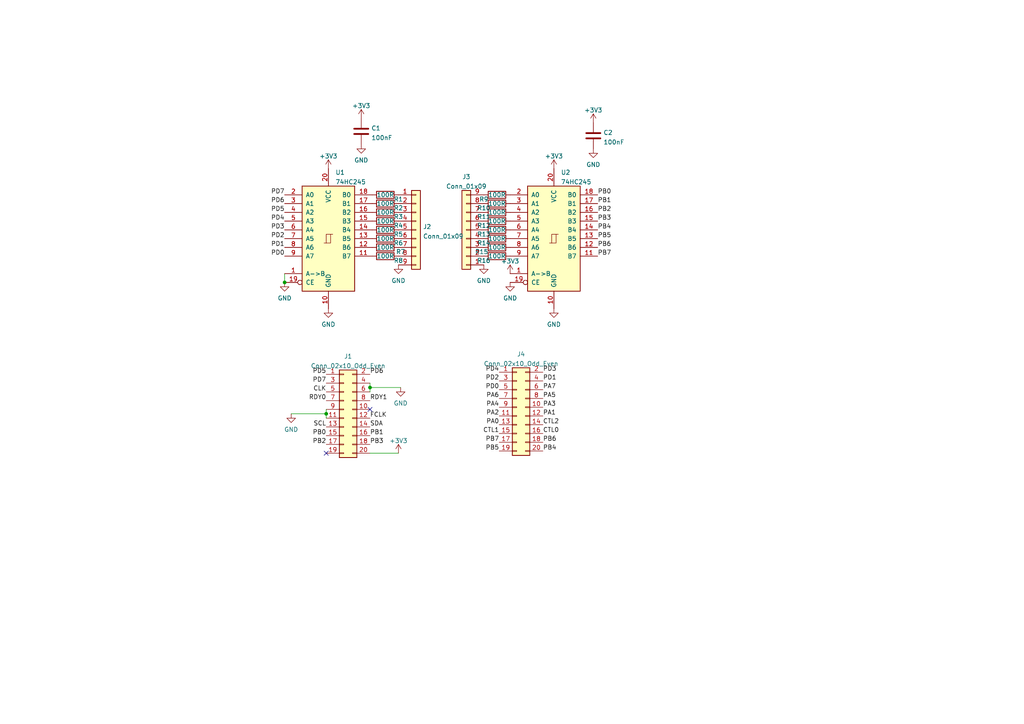
<source format=kicad_sch>
(kicad_sch (version 20211123) (generator eeschema)
  (paper "A4")
  (lib_symbols
    (symbol "74xx:74HC245" (pin_names (offset 1.016))
      (property "Reference" "U" (at -7.62 16.51 0))
      (property "Value" "74HC245" (at -7.62 -16.51 0))
      (symbol "74HC245_1_0"
        (polyline (pts (xy -0.635 -1.27) (xy -0.635 1.27) (xy 0.635 1.27)))
        (polyline (pts (xy -1.27 -1.27) (xy 0.635 -1.27) (xy 0.635 1.27) (xy 1.27 1.27)))
        (pin input line (at -12.7 -10.16 0) (length 5.08) (name "A->B") (number "1"))
        (pin power_in line (at 0 -20.32 90) (length 5.08) (name "GND") (number "10"))
        (pin tri_state line (at 12.7 -5.08 180) (length 5.08) (name "B7") (number "11"))
        (pin tri_state line (at 12.7 -2.54 180) (length 5.08) (name "B6") (number "12"))
        (pin tri_state line (at 12.7 0 180) (length 5.08) (name "B5") (number "13"))
        (pin tri_state line (at 12.7 2.54 180) (length 5.08) (name "B4") (number "14"))
        (pin tri_state line (at 12.7 5.08 180) (length 5.08) (name "B3") (number "15"))
        (pin tri_state line (at 12.7 7.62 180) (length 5.08) (name "B2") (number "16"))
        (pin tri_state line (at 12.7 10.16 180) (length 5.08) (name "B1") (number "17"))
        (pin tri_state line (at 12.7 12.7 180) (length 5.08) (name "B0") (number "18"))
        (pin input inverted (at -12.7 -12.7 0) (length 5.08) (name "CE") (number "19"))
        (pin tri_state line (at -12.7 12.7 0) (length 5.08) (name "A0") (number "2"))
        (pin power_in line (at 0 20.32 270) (length 5.08) (name "VCC") (number "20"))
        (pin tri_state line (at -12.7 10.16 0) (length 5.08) (name "A1") (number "3"))
        (pin tri_state line (at -12.7 7.62 0) (length 5.08) (name "A2") (number "4"))
        (pin tri_state line (at -12.7 5.08 0) (length 5.08) (name "A3") (number "5"))
        (pin tri_state line (at -12.7 2.54 0) (length 5.08) (name "A4") (number "6"))
        (pin tri_state line (at -12.7 0 0) (length 5.08) (name "A5") (number "7"))
        (pin tri_state line (at -12.7 -2.54 0) (length 5.08) (name "A6") (number "8"))
        (pin tri_state line (at -12.7 -5.08 0) (length 5.08) (name "A7") (number "9"))
      )
      (symbol "74HC245_1_1"
        (rectangle (start -7.62 15.24) (end 7.62 -15.24) (stroke (width 0.254)) (fill (type background)))
      )
    )
    (symbol "Connector_Generic:Conn_01x09" (pin_names (offset 1.016) hide)
      (property "Reference" "J" (at 0 12.7 0))
      (property "Value" "Conn_01x09" (at 0 -12.7 0))
      (symbol "Conn_01x09_1_1"
        (rectangle (start -1.27 -10.033) (end 0 -10.287) (stroke (width 0.1524)))
        (rectangle (start -1.27 -7.493) (end 0 -7.747) (stroke (width 0.1524)))
        (rectangle (start -1.27 -4.953) (end 0 -5.207) (stroke (width 0.1524)))
        (rectangle (start -1.27 -2.413) (end 0 -2.667) (stroke (width 0.1524)))
        (rectangle (start -1.27 0.127) (end 0 -0.127) (stroke (width 0.1524)))
        (rectangle (start -1.27 2.667) (end 0 2.413) (stroke (width 0.1524)))
        (rectangle (start -1.27 5.207) (end 0 4.953) (stroke (width 0.1524)))
        (rectangle (start -1.27 7.747) (end 0 7.493) (stroke (width 0.1524)))
        (rectangle (start -1.27 10.287) (end 0 10.033) (stroke (width 0.1524)))
        (rectangle (start -1.27 11.43) (end 1.27 -11.43) (stroke (width 0.254)) (fill (type background)))
        (pin passive line (at -5.08 10.16 0) (length 3.81) (name "Pin_1") (number "1"))
        (pin passive line (at -5.08 7.62 0) (length 3.81) (name "Pin_2") (number "2"))
        (pin passive line (at -5.08 5.08 0) (length 3.81) (name "Pin_3") (number "3"))
        (pin passive line (at -5.08 2.54 0) (length 3.81) (name "Pin_4") (number "4"))
        (pin passive line (at -5.08 0 0) (length 3.81) (name "Pin_5") (number "5"))
        (pin passive line (at -5.08 -2.54 0) (length 3.81) (name "Pin_6") (number "6"))
        (pin passive line (at -5.08 -5.08 0) (length 3.81) (name "Pin_7") (number "7"))
        (pin passive line (at -5.08 -7.62 0) (length 3.81) (name "Pin_8") (number "8"))
        (pin passive line (at -5.08 -10.16 0) (length 3.81) (name "Pin_9") (number "9"))
      )
    )
    (symbol "Connector_Generic:Conn_02x10_Odd_Even" (pin_names (offset 1.016) hide)
      (property "Reference" "J" (at 1.27 12.7 0))
      (property "Value" "Conn_02x10_Odd_Even" (at 1.27 -15.24 0))
      (symbol "Conn_02x10_Odd_Even_1_1"
        (rectangle (start -1.27 -12.573) (end 0 -12.827) (stroke (width 0.1524)))
        (rectangle (start -1.27 -10.033) (end 0 -10.287) (stroke (width 0.1524)))
        (rectangle (start -1.27 -7.493) (end 0 -7.747) (stroke (width 0.1524)))
        (rectangle (start -1.27 -4.953) (end 0 -5.207) (stroke (width 0.1524)))
        (rectangle (start -1.27 -2.413) (end 0 -2.667) (stroke (width 0.1524)))
        (rectangle (start -1.27 0.127) (end 0 -0.127) (stroke (width 0.1524)))
        (rectangle (start -1.27 2.667) (end 0 2.413) (stroke (width 0.1524)))
        (rectangle (start -1.27 5.207) (end 0 4.953) (stroke (width 0.1524)))
        (rectangle (start -1.27 7.747) (end 0 7.493) (stroke (width 0.1524)))
        (rectangle (start -1.27 10.287) (end 0 10.033) (stroke (width 0.1524)))
        (rectangle (start -1.27 11.43) (end 3.81 -13.97) (stroke (width 0.254)) (fill (type background)))
        (rectangle (start 3.81 -12.573) (end 2.54 -12.827) (stroke (width 0.1524)))
        (rectangle (start 3.81 -10.033) (end 2.54 -10.287) (stroke (width 0.1524)))
        (rectangle (start 3.81 -7.493) (end 2.54 -7.747) (stroke (width 0.1524)))
        (rectangle (start 3.81 -4.953) (end 2.54 -5.207) (stroke (width 0.1524)))
        (rectangle (start 3.81 -2.413) (end 2.54 -2.667) (stroke (width 0.1524)))
        (rectangle (start 3.81 0.127) (end 2.54 -0.127) (stroke (width 0.1524)))
        (rectangle (start 3.81 2.667) (end 2.54 2.413) (stroke (width 0.1524)))
        (rectangle (start 3.81 5.207) (end 2.54 4.953) (stroke (width 0.1524)))
        (rectangle (start 3.81 7.747) (end 2.54 7.493) (stroke (width 0.1524)))
        (rectangle (start 3.81 10.287) (end 2.54 10.033) (stroke (width 0.1524)))
        (pin passive line (at -5.08 10.16 0) (length 3.81) (name "Pin_1") (number "1"))
        (pin passive line (at 7.62 0 180) (length 3.81) (name "Pin_10") (number "10"))
        (pin passive line (at -5.08 -2.54 0) (length 3.81) (name "Pin_11") (number "11"))
        (pin passive line (at 7.62 -2.54 180) (length 3.81) (name "Pin_12") (number "12"))
        (pin passive line (at -5.08 -5.08 0) (length 3.81) (name "Pin_13") (number "13"))
        (pin passive line (at 7.62 -5.08 180) (length 3.81) (name "Pin_14") (number "14"))
        (pin passive line (at -5.08 -7.62 0) (length 3.81) (name "Pin_15") (number "15"))
        (pin passive line (at 7.62 -7.62 180) (length 3.81) (name "Pin_16") (number "16"))
        (pin passive line (at -5.08 -10.16 0) (length 3.81) (name "Pin_17") (number "17"))
        (pin passive line (at 7.62 -10.16 180) (length 3.81) (name "Pin_18") (number "18"))
        (pin passive line (at -5.08 -12.7 0) (length 3.81) (name "Pin_19") (number "19"))
        (pin passive line (at 7.62 10.16 180) (length 3.81) (name "Pin_2") (number "2"))
        (pin passive line (at 7.62 -12.7 180) (length 3.81) (name "Pin_20") (number "20"))
        (pin passive line (at -5.08 7.62 0) (length 3.81) (name "Pin_3") (number "3"))
        (pin passive line (at 7.62 7.62 180) (length 3.81) (name "Pin_4") (number "4"))
        (pin passive line (at -5.08 5.08 0) (length 3.81) (name "Pin_5") (number "5"))
        (pin passive line (at 7.62 5.08 180) (length 3.81) (name "Pin_6") (number "6"))
        (pin passive line (at -5.08 2.54 0) (length 3.81) (name "Pin_7") (number "7"))
        (pin passive line (at 7.62 2.54 180) (length 3.81) (name "Pin_8") (number "8"))
        (pin passive line (at -5.08 0 0) (length 3.81) (name "Pin_9") (number "9"))
      )
    )
    (symbol "Device:C" (pin_numbers hide) (pin_names (offset 0.254))
      (property "Reference" "C" (at 0.635 2.54 0))
      (property "Value" "C" (at 0.635 -2.54 0))
      (symbol "C_0_1"
        (polyline (pts (xy -2.032 -0.762) (xy 2.032 -0.762)) (stroke (width 0.508)))
        (polyline (pts (xy -2.032 0.762) (xy 2.032 0.762)) (stroke (width 0.508)))
      )
      (symbol "C_1_1"
        (pin passive line (at 0 3.81 270) (length 2.794) (name "~") (number "1"))
        (pin passive line (at 0 -3.81 90) (length 2.794) (name "~") (number "2"))
      )
    )
    (symbol "Device:R" (pin_numbers hide) (pin_names (offset 0))
      (property "Reference" "R" (at 2.032 0 90))
      (property "Value" "R" (at 0 0 90))
      (symbol "R_0_1"
        (rectangle (start -1.016 -2.54) (end 1.016 2.54) (stroke (width 0.254)))
      )
      (symbol "R_1_1"
        (pin passive line (at 0 3.81 270) (length 1.27) (name "~") (number "1"))
        (pin passive line (at 0 -3.81 90) (length 1.27) (name "~") (number "2"))
      )
    )
    (symbol "power:+3.3V" (power) (pin_names (offset 0))
      (property "Value" "+3.3V" (at 0 3.556 0))
      (symbol "+3.3V_0_1"
        (polyline (pts (xy -0.762 1.27) (xy 0 2.54)))
        (polyline (pts (xy 0 0) (xy 0 2.54)))
        (polyline (pts (xy 0 2.54) (xy 0.762 1.27)))
      )
      (symbol "+3.3V_1_1"
        (pin power_in line (at 0 0 90) (length 0) hide (name "+3V3") (number "1"))
      )
    )
    (symbol "power:GND" (power) (pin_names (offset 0))
      (property "Value" "GND" (at 0 -3.81 0))
      (symbol "GND_0_1"
        (polyline (pts (xy 0 0) (xy 0 -1.27) (xy 1.27 -1.27) (xy 0 -2.54) (xy -1.27 -1.27) (xy 0 -1.27)))
      )
      (symbol "GND_1_1"
        (pin power_in line (at 0 0 270) (length 0) hide (name "GND") (number "1"))
      )
    )
  )
  (junction (at 82.55 81.915))
  (junction (at 94.615 120.015))
  (junction (at 107.315 112.395))
  (no_connect (at 107.315 118.745))
  (no_connect (at 94.615 131.445))
  (wire (pts (xy 107.315 112.395) (xy 107.315 113.665)))
  (wire (pts (xy 107.315 111.125) (xy 107.315 112.395)))
  (wire (pts (xy 94.615 118.745) (xy 94.615 120.015)))
  (wire (pts (xy 107.315 112.395) (xy 116.205 112.395)))
  (wire (pts (xy 107.315 131.445) (xy 115.57 131.445)))
  (wire (pts (xy 82.55 79.375) (xy 82.55 81.915)))
  (wire (pts (xy 94.615 120.015) (xy 94.615 121.285)))
  (wire (pts (xy 84.455 120.015) (xy 94.615 120.015)))
  (label "PD0" (at 144.78 113.03 180))
  (label "PD5" (at 82.55 61.595 180))
  (label "PD2" (at 144.78 110.49 180))
  (label "PB7" (at 144.78 128.27 180))
  (label "PA4" (at 144.78 118.11 180))
  (label "PA1" (at 157.48 120.65 0))
  (label "SDA" (at 107.315 123.825 0))
  (label "CTL1" (at 144.78 125.73 180))
  (label "PD6" (at 107.315 108.585 0))
  (label "PA2" (at 144.78 120.65 180))
  (label "RDY1" (at 107.315 116.205 0))
  (label "PD5" (at 94.615 108.585 180))
  (label "PD0" (at 82.55 74.295 180))
  (label "PB1" (at 107.315 126.365 0))
  (label "PA6" (at 144.78 115.57 180))
  (label "PA5" (at 157.48 115.57 0))
  (label "PA7" (at 157.48 113.03 0))
  (label "FCLK" (at 107.315 121.285 0))
  (label "PD3" (at 157.48 107.95 0))
  (label "SCL" (at 94.615 123.825 180))
  (label "PD4" (at 144.78 107.95 180))
  (label "CTL0" (at 157.48 125.73 0))
  (label "PD4" (at 82.55 64.135 180))
  (label "PB6" (at 157.48 128.27 0))
  (label "PB1" (at 173.355 59.055 0))
  (label "PD6" (at 82.55 59.055 180))
  (label "PD3" (at 82.55 66.675 180))
  (label "RDY0" (at 94.615 116.205 180))
  (label "PB3" (at 173.355 64.135 0))
  (label "PB2" (at 94.615 128.905 180))
  (label "PB5" (at 144.78 130.81 180))
  (label "PB5" (at 173.355 69.215 0))
  (label "PB0" (at 173.355 56.515 0))
  (label "PD1" (at 82.55 71.755 180))
  (label "PA0" (at 144.78 123.19 180))
  (label "PB3" (at 107.315 128.905 0))
  (label "PB2" (at 173.355 61.595 0))
  (label "PD7" (at 94.615 111.125 180))
  (label "PB6" (at 173.355 71.755 0))
  (label "CTL2" (at 157.48 123.19 0))
  (label "PA3" (at 157.48 118.11 0))
  (label "CLK" (at 94.615 113.665 180))
  (label "PB7" (at 173.355 74.295 0))
  (label "PD2" (at 82.55 69.215 180))
  (label "PD1" (at 157.48 110.49 0))
  (label "PB4" (at 173.355 66.675 0))
  (label "PB0" (at 94.615 126.365 180))
  (label "PD7" (at 82.55 56.515 180))
  (label "PB4" (at 157.48 130.81 0))
  (symbol (lib_id "power:GND") (at 140.335 76.835 0) (unit 1)
    (property "Reference" "#PWR011" (effects hide))
    (property "Value" "GND" (at 140.335 81.3975 0))
  )
  (symbol (lib_id "power:GND") (at 82.55 81.915 0) (unit 1)
    (property "Reference" "#PWR01" (effects hide))
    (property "Value" "GND" (at 82.55 86.4775 0))
  )
  (symbol (lib_id "power:GND") (at 147.955 81.915 0) (unit 1)
    (property "Reference" "#PWR017" (effects hide))
    (property "Value" "GND" (at 147.955 86.4775 0))
  )
  (symbol (lib_id "74xx:74HC245") (at 95.25 69.215 0) (unit 1)
    (property "Reference" "U1" (at 97.2694 50.0085 0) (effects (justify left)))
    (property "Value" "74HC245" (at 97.2694 52.7836 0) (effects (justify left)))
    (property "Footprint" "Package_DIP:DIP-20_W7.62mm" (effects hide))
    (property "Datasheet" "http://www.ti.com/lit/gpn/sn74HC245" (effects hide))
  )
  (symbol (lib_id "power:+3.3V") (at 160.655 48.895 0) (unit 1)
    (property "Reference" "#PWR013" (effects hide))
    (property "Value" "+3.3V" (at 160.655 45.2905 0))
  )
  (symbol (lib_id "Device:R") (at 144.145 71.755 270) (mirror x) (unit 1)
    (property "Reference" "R15" (at 139.7 73.025 90))
    (property "Value" "100R" (at 144.145 71.755 90))
    (property "Footprint" "Resistor_SMD:R_0603_1608Metric" (effects hide))
  )
  (symbol (lib_id "power:GND") (at 172.085 43.18 0) (unit 1)
    (property "Reference" "#PWR016" (effects hide))
    (property "Value" "GND" (at 172.085 47.7425 0))
  )
  (symbol (lib_id "Device:R") (at 144.145 59.055 270) (mirror x) (unit 1)
    (property "Reference" "R10" (at 140.335 60.325 90))
    (property "Value" "100R" (at 144.145 59.055 90))
    (property "Footprint" "Resistor_SMD:R_0603_1608Metric" (effects hide))
  )
  (symbol (lib_id "Device:R") (at 111.76 64.135 90) (unit 1)
    (property "Reference" "R4" (at 115.57 65.405 90))
    (property "Value" "100R" (at 111.76 64.135 90))
    (property "Footprint" "Resistor_SMD:R_0603_1608Metric" (effects hide))
  )
  (symbol (lib_id "Device:R") (at 144.145 61.595 270) (mirror x) (unit 1)
    (property "Reference" "R11" (at 140.335 62.865 90))
    (property "Value" "100R" (at 144.145 61.595 90))
    (property "Footprint" "Resistor_SMD:R_0603_1608Metric" (effects hide))
  )
  (symbol (lib_id "power:GND") (at 95.25 89.535 0) (unit 1)
    (property "Reference" "#PWR05" (effects hide))
    (property "Value" "GND" (at 95.25 94.0975 0))
  )
  (symbol (lib_id "Device:R") (at 144.145 56.515 270) (mirror x) (unit 1)
    (property "Reference" "R9" (at 140.335 57.785 90))
    (property "Value" "100R" (at 144.145 56.515 90))
    (property "Footprint" "Resistor_SMD:R_0603_1608Metric" (effects hide))
  )
  (symbol (lib_id "Device:R") (at 111.76 74.295 90) (unit 1)
    (property "Reference" "R8" (at 115.57 75.565 90))
    (property "Value" "100R" (at 111.76 74.295 90))
    (property "Footprint" "Resistor_SMD:R_0603_1608Metric" (effects hide))
  )
  (symbol (lib_id "Connector_Generic:Conn_02x10_Odd_Even") (at 99.695 118.745 0) (unit 1)
    (property "Reference" "J1" (at 100.965 103.3485 0))
    (property "Value" "Conn_02x10_Odd_Even" (at 100.965 106.1236 0))
    (property "Footprint" "Connector_PinHeader_2.54mm:PinHeader_2x10_P2.54mm_Vertical" (effects hide))
  )
  (symbol (lib_id "Connector_Generic:Conn_01x09") (at 135.255 66.675 180) (unit 1)
    (property "Reference" "J3" (at 135.255 51.2785 0))
    (property "Value" "Conn_01x09" (at 135.255 54.0536 0))
    (property "Footprint" "Connector_PinHeader_2.54mm:PinHeader_1x09_P2.54mm_Horizontal" (effects hide))
  )
  (symbol (lib_id "power:GND") (at 84.455 120.015 0) (unit 1)
    (property "Reference" "#PWR02" (effects hide))
    (property "Value" "GND" (at 84.455 124.5775 0))
  )
  (symbol (lib_id "Device:R") (at 111.76 71.755 90) (unit 1)
    (property "Reference" "R7" (at 116.205 73.025 90))
    (property "Value" "100R" (at 111.76 71.755 90))
    (property "Footprint" "Resistor_SMD:R_0603_1608Metric" (effects hide))
  )
  (symbol (lib_id "Device:R") (at 144.145 69.215 270) (mirror x) (unit 1)
    (property "Reference" "R14" (at 140.335 70.485 90))
    (property "Value" "100R" (at 144.145 69.215 90))
    (property "Footprint" "Resistor_SMD:R_0603_1608Metric" (effects hide))
  )
  (symbol (lib_id "power:+3.3V") (at 172.085 35.56 0) (unit 1)
    (property "Reference" "#PWR015" (effects hide))
    (property "Value" "+3.3V" (at 172.085 31.9555 0))
  )
  (symbol (lib_id "Device:R") (at 111.76 56.515 90) (unit 1)
    (property "Reference" "R1" (at 115.57 57.785 90))
    (property "Value" "100R" (at 111.76 56.515 90))
    (property "Footprint" "Resistor_SMD:R_0603_1608Metric" (effects hide))
  )
  (symbol (lib_id "Device:R") (at 111.76 66.675 90) (unit 1)
    (property "Reference" "R5" (at 115.57 67.945 90))
    (property "Value" "100R" (at 111.76 66.675 90))
    (property "Footprint" "Resistor_SMD:R_0603_1608Metric" (effects hide))
  )
  (symbol (lib_id "Connector_Generic:Conn_01x09") (at 120.65 66.675 0) (unit 1)
    (property "Reference" "J2" (at 122.682 65.7665 0) (effects (justify left)))
    (property "Value" "Conn_01x09" (at 122.682 68.5416 0) (effects (justify left)))
    (property "Footprint" "Connector_PinHeader_2.54mm:PinHeader_1x09_P2.54mm_Horizontal" (effects hide))
  )
  (symbol (lib_id "Device:R") (at 111.76 69.215 90) (unit 1)
    (property "Reference" "R6" (at 115.57 70.485 90))
    (property "Value" "100R" (at 111.76 69.215 90))
    (property "Footprint" "Resistor_SMD:R_0603_1608Metric" (effects hide))
  )
  (symbol (lib_id "power:GND") (at 115.57 76.835 0) (unit 1)
    (property "Reference" "#PWR09" (effects hide))
    (property "Value" "GND" (at 115.57 81.3975 0))
  )
  (symbol (lib_id "power:GND") (at 160.655 89.535 0) (unit 1)
    (property "Reference" "#PWR014" (effects hide))
    (property "Value" "GND" (at 160.655 94.0975 0))
  )
  (symbol (lib_id "power:+3.3V") (at 115.57 131.445 0) (unit 1)
    (property "Reference" "#PWR08" (effects hide))
    (property "Value" "+3.3V" (at 115.57 127.8405 0))
  )
  (symbol (lib_id "74xx:74HC245") (at 160.655 69.215 0) (unit 1)
    (property "Reference" "U2" (at 162.6744 50.0085 0) (effects (justify left)))
    (property "Value" "74HC245" (at 162.6744 52.7836 0) (effects (justify left)))
    (property "Footprint" "Package_DIP:DIP-20_W7.62mm" (effects hide))
    (property "Datasheet" "http://www.ti.com/lit/gpn/sn74HC245" (effects hide))
  )
  (symbol (lib_id "power:GND") (at 116.205 112.395 0) (unit 1)
    (property "Reference" "#PWR010" (effects hide))
    (property "Value" "GND" (at 116.205 116.9575 0))
  )
  (symbol (lib_id "Device:R") (at 111.76 61.595 90) (unit 1)
    (property "Reference" "R3" (at 115.57 62.865 90))
    (property "Value" "100R" (at 111.76 61.595 90))
    (property "Footprint" "Resistor_SMD:R_0603_1608Metric" (effects hide))
  )
  (symbol (lib_id "Device:R") (at 144.145 64.135 270) (mirror x) (unit 1)
    (property "Reference" "R12" (at 140.335 65.405 90))
    (property "Value" "100R" (at 144.145 64.135 90))
    (property "Footprint" "Resistor_SMD:R_0603_1608Metric" (effects hide))
  )
  (symbol (lib_id "power:+3.3V") (at 104.775 34.29 0) (unit 1)
    (property "Reference" "#PWR06" (effects hide))
    (property "Value" "+3.3V" (at 104.775 30.6855 0))
  )
  (symbol (lib_id "power:+3.3V") (at 95.25 48.895 0) (unit 1)
    (property "Reference" "#PWR04" (effects hide))
    (property "Value" "+3.3V" (at 95.25 45.2905 0))
  )
  (symbol (lib_id "Device:R") (at 111.76 59.055 90) (unit 1)
    (property "Reference" "R2" (at 115.57 60.325 90))
    (property "Value" "100R" (at 111.76 59.055 90))
    (property "Footprint" "Resistor_SMD:R_0603_1608Metric" (effects hide))
  )
  (symbol (lib_id "power:+3.3V") (at 147.955 79.375 0) (unit 1)
    (property "Reference" "#PWR012" (effects hide))
    (property "Value" "+3.3V" (at 147.955 75.7705 0))
  )
  (symbol (lib_id "power:GND") (at 104.775 41.91 0) (unit 1)
    (property "Reference" "#PWR07" (effects hide))
    (property "Value" "GND" (at 104.775 46.4725 0))
  )
  (symbol (lib_id "Device:R") (at 144.145 74.295 270) (mirror x) (unit 1)
    (property "Reference" "R16" (at 140.335 75.565 90))
    (property "Value" "100R" (at 144.145 74.295 90))
    (property "Footprint" "Resistor_SMD:R_0603_1608Metric" (effects hide))
  )
  (symbol (lib_id "Device:C") (at 172.085 39.37 0) (unit 1)
    (property "Reference" "C2" (at 175.006 38.4615 0) (effects (justify left)))
    (property "Value" "100nF" (at 175.006 41.2366 0) (effects (justify left)))
    (property "Footprint" "Capacitor_SMD:C_0603_1608Metric" (effects hide))
  )
  (symbol (lib_id "Connector_Generic:Conn_02x10_Odd_Even") (at 149.86 118.11 0) (unit 1)
    (property "Reference" "J4" (at 151.13 102.7135 0))
    (property "Value" "Conn_02x10_Odd_Even" (at 151.13 105.4886 0))
    (property "Footprint" "Connector_PinHeader_2.54mm:PinHeader_2x10_P2.54mm_Vertical" (effects hide))
  )
  (symbol (lib_id "Device:R") (at 144.145 66.675 270) (mirror x) (unit 1)
    (property "Reference" "R13" (at 140.335 67.945 90))
    (property "Value" "100R" (at 144.145 66.675 90))
    (property "Footprint" "Resistor_SMD:R_0603_1608Metric" (effects hide))
  )
  (symbol (lib_id "Device:C") (at 104.775 38.1 0) (unit 1)
    (property "Reference" "C1" (at 107.696 37.1915 0) (effects (justify left)))
    (property "Value" "100nF" (at 107.696 39.9666 0) (effects (justify left)))
    (property "Footprint" "Capacitor_SMD:C_0603_1608Metric" (effects hide))
  )
)
</source>
